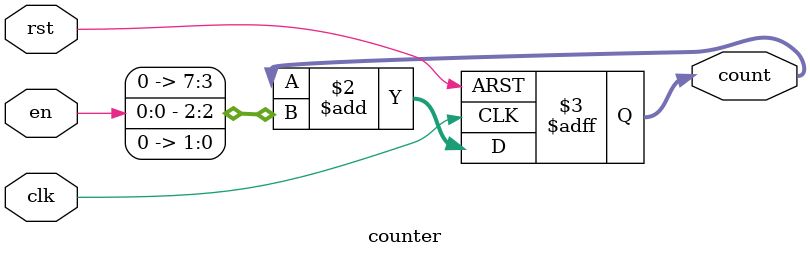
<source format=sv>
module counter #(
    parameter WIDTH = 8
)(
    // interface signals
    input   logic             clk,    // clock
    input   logic             rst,    // reset
    input   logic             en,     // counter enable
    output  logic [WIDTH-1:0] count   // count output
);

always_ff @ (posedge clk, posedge rst)
    if (rst) count <= {WIDTH{1'b0}};
    else count <= count + {{WIDTH-3{1'b0}}, en, {2{1'b0}}};
endmodule
</source>
